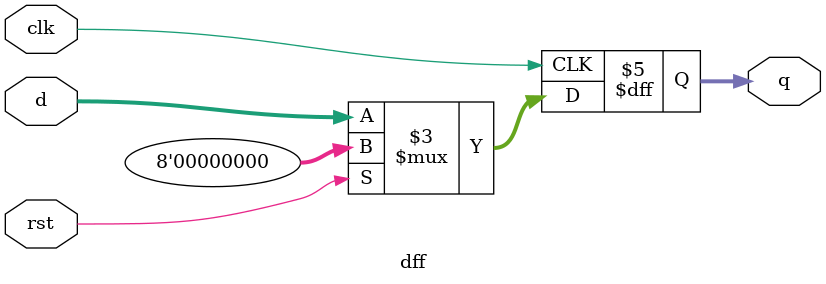
<source format=sv>
module dff 
#(
    parameter bits = 8
)
(
    input logic clk,
    input logic rst,
    input logic [bits-1:0] d,
    output logic [bits-1:0] q
);

    always_ff @ (posedge clk) begin
        if(rst) begin
            q <= {bits{1'b0}};
        end
        else begin
            q <= d;
        end
    end

endmodule
</source>
